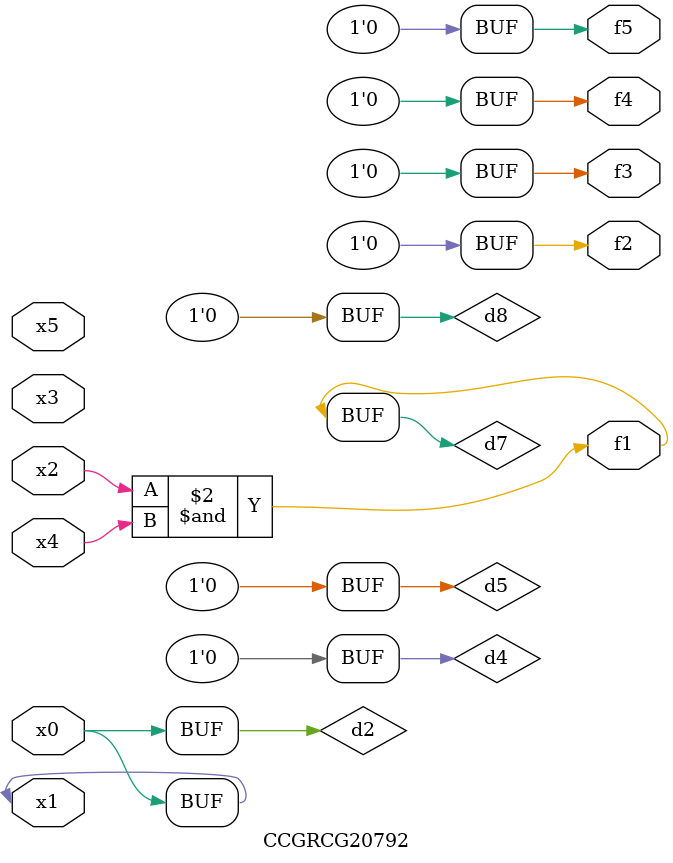
<source format=v>
module CCGRCG20792(
	input x0, x1, x2, x3, x4, x5,
	output f1, f2, f3, f4, f5
);

	wire d1, d2, d3, d4, d5, d6, d7, d8, d9;

	nand (d1, x1);
	buf (d2, x0, x1);
	nand (d3, x2, x4);
	and (d4, d1, d2);
	and (d5, d1, d2);
	nand (d6, d1, d3);
	not (d7, d3);
	xor (d8, d5);
	nor (d9, d5, d6);
	assign f1 = d7;
	assign f2 = d8;
	assign f3 = d8;
	assign f4 = d8;
	assign f5 = d8;
endmodule

</source>
